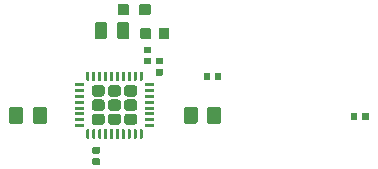
<source format=gbr>
%TF.GenerationSoftware,KiCad,Pcbnew,(6.0.11)*%
%TF.CreationDate,2024-08-05T21:32:57+07:00*%
%TF.ProjectId,Stepper_Motor_Expansion_Brd_revA,53746570-7065-4725-9f4d-6f746f725f45,rev?*%
%TF.SameCoordinates,PX5f5e100PY5f5e100*%
%TF.FileFunction,Paste,Bot*%
%TF.FilePolarity,Positive*%
%FSLAX46Y46*%
G04 Gerber Fmt 4.6, Leading zero omitted, Abs format (unit mm)*
G04 Created by KiCad (PCBNEW (6.0.11)) date 2024-08-05 21:32:57*
%MOMM*%
%LPD*%
G01*
G04 APERTURE LIST*
G04 APERTURE END LIST*
G36*
G01*
X39450000Y24750000D02*
X39450000Y25910000D01*
G75*
G02*
X39570000Y26030000I120000J0D01*
G01*
X40530000Y26030000D01*
G75*
G02*
X40650000Y25910000I0J-120000D01*
G01*
X40650000Y24750000D01*
G75*
G02*
X40530000Y24630000I-120000J0D01*
G01*
X39570000Y24630000D01*
G75*
G02*
X39450000Y24750000I0J120000D01*
G01*
G37*
G36*
G01*
X41450000Y24750000D02*
X41450000Y25910000D01*
G75*
G02*
X41570000Y26030000I120000J0D01*
G01*
X42530000Y26030000D01*
G75*
G02*
X42650000Y25910000I0J-120000D01*
G01*
X42650000Y24750000D01*
G75*
G02*
X42530000Y24630000I-120000J0D01*
G01*
X41570000Y24630000D01*
G75*
G02*
X41450000Y24750000I0J120000D01*
G01*
G37*
G36*
G01*
X35795000Y31855000D02*
X35795000Y32625000D01*
G75*
G02*
X35885000Y32715000I90000J0D01*
G01*
X36605000Y32715000D01*
G75*
G02*
X36695000Y32625000I0J-90000D01*
G01*
X36695000Y31855000D01*
G75*
G02*
X36605000Y31765000I-90000J0D01*
G01*
X35885000Y31765000D01*
G75*
G02*
X35795000Y31855000I0J90000D01*
G01*
G37*
G36*
G01*
X37345000Y31855000D02*
X37345000Y32625000D01*
G75*
G02*
X37435000Y32715000I90000J0D01*
G01*
X38155000Y32715000D01*
G75*
G02*
X38245000Y32625000I0J-90000D01*
G01*
X38245000Y31855000D01*
G75*
G02*
X38155000Y31765000I-90000J0D01*
G01*
X37435000Y31765000D01*
G75*
G02*
X37345000Y31855000I0J90000D01*
G01*
G37*
G36*
G01*
X33860000Y33900000D02*
X33860000Y34660000D01*
G75*
G02*
X33955000Y34755000I95000J0D01*
G01*
X34740000Y34755000D01*
G75*
G02*
X34835000Y34660000I0J-95000D01*
G01*
X34835000Y33900000D01*
G75*
G02*
X34740000Y33805000I-95000J0D01*
G01*
X33955000Y33805000D01*
G75*
G02*
X33860000Y33900000I0J95000D01*
G01*
G37*
G36*
G01*
X35685000Y33900000D02*
X35685000Y34660000D01*
G75*
G02*
X35780000Y34755000I95000J0D01*
G01*
X36565000Y34755000D01*
G75*
G02*
X36660000Y34660000I0J-95000D01*
G01*
X36660000Y33900000D01*
G75*
G02*
X36565000Y33805000I-95000J0D01*
G01*
X35780000Y33805000D01*
G75*
G02*
X35685000Y33900000I0J95000D01*
G01*
G37*
G36*
G01*
X53610000Y24986000D02*
X53610000Y25494000D01*
G75*
G02*
X53666000Y25550000I56000J0D01*
G01*
X54114000Y25550000D01*
G75*
G02*
X54170000Y25494000I0J-56000D01*
G01*
X54170000Y24986000D01*
G75*
G02*
X54114000Y24930000I-56000J0D01*
G01*
X53666000Y24930000D01*
G75*
G02*
X53610000Y24986000I0J56000D01*
G01*
G37*
G36*
G01*
X54570000Y24986000D02*
X54570000Y25494000D01*
G75*
G02*
X54626000Y25550000I56000J0D01*
G01*
X55074000Y25550000D01*
G75*
G02*
X55130000Y25494000I0J-56000D01*
G01*
X55130000Y24986000D01*
G75*
G02*
X55074000Y24930000I-56000J0D01*
G01*
X54626000Y24930000D01*
G75*
G02*
X54570000Y24986000I0J56000D01*
G01*
G37*
G36*
G01*
X35277500Y24515000D02*
X34662500Y24515000D01*
G75*
G02*
X34420000Y24757500I0J242500D01*
G01*
X34420000Y25242500D01*
G75*
G02*
X34662500Y25485000I242500J0D01*
G01*
X35277500Y25485000D01*
G75*
G02*
X35520000Y25242500I0J-242500D01*
G01*
X35520000Y24757500D01*
G75*
G02*
X35277500Y24515000I-242500J0D01*
G01*
G37*
G36*
G01*
X35277500Y25715000D02*
X34662500Y25715000D01*
G75*
G02*
X34420000Y25957500I0J242500D01*
G01*
X34420000Y26442500D01*
G75*
G02*
X34662500Y26685000I242500J0D01*
G01*
X35277500Y26685000D01*
G75*
G02*
X35520000Y26442500I0J-242500D01*
G01*
X35520000Y25957500D01*
G75*
G02*
X35277500Y25715000I-242500J0D01*
G01*
G37*
G36*
G01*
X32537500Y24515000D02*
X31922500Y24515000D01*
G75*
G02*
X31680000Y24757500I0J242500D01*
G01*
X31680000Y25242500D01*
G75*
G02*
X31922500Y25485000I242500J0D01*
G01*
X32537500Y25485000D01*
G75*
G02*
X32780000Y25242500I0J-242500D01*
G01*
X32780000Y24757500D01*
G75*
G02*
X32537500Y24515000I-242500J0D01*
G01*
G37*
G36*
G01*
X35277500Y26915000D02*
X34662500Y26915000D01*
G75*
G02*
X34420000Y27157500I0J242500D01*
G01*
X34420000Y27642500D01*
G75*
G02*
X34662500Y27885000I242500J0D01*
G01*
X35277500Y27885000D01*
G75*
G02*
X35520000Y27642500I0J-242500D01*
G01*
X35520000Y27157500D01*
G75*
G02*
X35277500Y26915000I-242500J0D01*
G01*
G37*
G36*
G01*
X32537500Y26915000D02*
X31922500Y26915000D01*
G75*
G02*
X31680000Y27157500I0J242500D01*
G01*
X31680000Y27642500D01*
G75*
G02*
X31922500Y27885000I242500J0D01*
G01*
X32537500Y27885000D01*
G75*
G02*
X32780000Y27642500I0J-242500D01*
G01*
X32780000Y27157500D01*
G75*
G02*
X32537500Y26915000I-242500J0D01*
G01*
G37*
G36*
G01*
X33907500Y26915000D02*
X33292500Y26915000D01*
G75*
G02*
X33050000Y27157500I0J242500D01*
G01*
X33050000Y27642500D01*
G75*
G02*
X33292500Y27885000I242500J0D01*
G01*
X33907500Y27885000D01*
G75*
G02*
X34150000Y27642500I0J-242500D01*
G01*
X34150000Y27157500D01*
G75*
G02*
X33907500Y26915000I-242500J0D01*
G01*
G37*
G36*
G01*
X33907500Y25715000D02*
X33292500Y25715000D01*
G75*
G02*
X33050000Y25957500I0J242500D01*
G01*
X33050000Y26442500D01*
G75*
G02*
X33292500Y26685000I242500J0D01*
G01*
X33907500Y26685000D01*
G75*
G02*
X34150000Y26442500I0J-242500D01*
G01*
X34150000Y25957500D01*
G75*
G02*
X33907500Y25715000I-242500J0D01*
G01*
G37*
G36*
G01*
X33907500Y24515000D02*
X33292500Y24515000D01*
G75*
G02*
X33050000Y24757500I0J242500D01*
G01*
X33050000Y25242500D01*
G75*
G02*
X33292500Y25485000I242500J0D01*
G01*
X33907500Y25485000D01*
G75*
G02*
X34150000Y25242500I0J-242500D01*
G01*
X34150000Y24757500D01*
G75*
G02*
X33907500Y24515000I-242500J0D01*
G01*
G37*
G36*
G01*
X32537500Y25715000D02*
X31922500Y25715000D01*
G75*
G02*
X31680000Y25957500I0J242500D01*
G01*
X31680000Y26442500D01*
G75*
G02*
X31922500Y26685000I242500J0D01*
G01*
X32537500Y26685000D01*
G75*
G02*
X32780000Y26442500I0J-242500D01*
G01*
X32780000Y25957500D01*
G75*
G02*
X32537500Y25715000I-242500J0D01*
G01*
G37*
G36*
G01*
X35938900Y23360000D02*
X35761100Y23360000D01*
G75*
G02*
X35723000Y23398100I0J38100D01*
G01*
X35723000Y24101900D01*
G75*
G02*
X35761100Y24140000I38100J0D01*
G01*
X35938900Y24140000D01*
G75*
G02*
X35977000Y24101900I0J-38100D01*
G01*
X35977000Y23398100D01*
G75*
G02*
X35938900Y23360000I-38100J0D01*
G01*
G37*
G36*
G01*
X35438900Y23360000D02*
X35261100Y23360000D01*
G75*
G02*
X35223000Y23398100I0J38100D01*
G01*
X35223000Y24101900D01*
G75*
G02*
X35261100Y24140000I38100J0D01*
G01*
X35438900Y24140000D01*
G75*
G02*
X35477000Y24101900I0J-38100D01*
G01*
X35477000Y23398100D01*
G75*
G02*
X35438900Y23360000I-38100J0D01*
G01*
G37*
G36*
G01*
X34938900Y23360000D02*
X34761100Y23360000D01*
G75*
G02*
X34723000Y23398100I0J38100D01*
G01*
X34723000Y24101900D01*
G75*
G02*
X34761100Y24140000I38100J0D01*
G01*
X34938900Y24140000D01*
G75*
G02*
X34977000Y24101900I0J-38100D01*
G01*
X34977000Y23398100D01*
G75*
G02*
X34938900Y23360000I-38100J0D01*
G01*
G37*
G36*
G01*
X34438900Y23360000D02*
X34261100Y23360000D01*
G75*
G02*
X34223000Y23398100I0J38100D01*
G01*
X34223000Y24101900D01*
G75*
G02*
X34261100Y24140000I38100J0D01*
G01*
X34438900Y24140000D01*
G75*
G02*
X34477000Y24101900I0J-38100D01*
G01*
X34477000Y23398100D01*
G75*
G02*
X34438900Y23360000I-38100J0D01*
G01*
G37*
G36*
G01*
X33938900Y23360000D02*
X33761100Y23360000D01*
G75*
G02*
X33723000Y23398100I0J38100D01*
G01*
X33723000Y24101900D01*
G75*
G02*
X33761100Y24140000I38100J0D01*
G01*
X33938900Y24140000D01*
G75*
G02*
X33977000Y24101900I0J-38100D01*
G01*
X33977000Y23398100D01*
G75*
G02*
X33938900Y23360000I-38100J0D01*
G01*
G37*
G36*
G01*
X33438900Y23360000D02*
X33261100Y23360000D01*
G75*
G02*
X33223000Y23398100I0J38100D01*
G01*
X33223000Y24101900D01*
G75*
G02*
X33261100Y24140000I38100J0D01*
G01*
X33438900Y24140000D01*
G75*
G02*
X33477000Y24101900I0J-38100D01*
G01*
X33477000Y23398100D01*
G75*
G02*
X33438900Y23360000I-38100J0D01*
G01*
G37*
G36*
G01*
X32938900Y23360000D02*
X32761100Y23360000D01*
G75*
G02*
X32723000Y23398100I0J38100D01*
G01*
X32723000Y24101900D01*
G75*
G02*
X32761100Y24140000I38100J0D01*
G01*
X32938900Y24140000D01*
G75*
G02*
X32977000Y24101900I0J-38100D01*
G01*
X32977000Y23398100D01*
G75*
G02*
X32938900Y23360000I-38100J0D01*
G01*
G37*
G36*
G01*
X32438900Y23360000D02*
X32261100Y23360000D01*
G75*
G02*
X32223000Y23398100I0J38100D01*
G01*
X32223000Y24101900D01*
G75*
G02*
X32261100Y24140000I38100J0D01*
G01*
X32438900Y24140000D01*
G75*
G02*
X32477000Y24101900I0J-38100D01*
G01*
X32477000Y23398100D01*
G75*
G02*
X32438900Y23360000I-38100J0D01*
G01*
G37*
G36*
G01*
X31938900Y23360000D02*
X31761100Y23360000D01*
G75*
G02*
X31723000Y23398100I0J38100D01*
G01*
X31723000Y24101900D01*
G75*
G02*
X31761100Y24140000I38100J0D01*
G01*
X31938900Y24140000D01*
G75*
G02*
X31977000Y24101900I0J-38100D01*
G01*
X31977000Y23398100D01*
G75*
G02*
X31938900Y23360000I-38100J0D01*
G01*
G37*
G36*
G01*
X31438900Y23360000D02*
X31261100Y23360000D01*
G75*
G02*
X31223000Y23398100I0J38100D01*
G01*
X31223000Y24101900D01*
G75*
G02*
X31261100Y24140000I38100J0D01*
G01*
X31438900Y24140000D01*
G75*
G02*
X31477000Y24101900I0J-38100D01*
G01*
X31477000Y23398100D01*
G75*
G02*
X31438900Y23360000I-38100J0D01*
G01*
G37*
G36*
G01*
X31001900Y24323000D02*
X30298100Y24323000D01*
G75*
G02*
X30260000Y24361100I0J38100D01*
G01*
X30260000Y24538900D01*
G75*
G02*
X30298100Y24577000I38100J0D01*
G01*
X31001900Y24577000D01*
G75*
G02*
X31040000Y24538900I0J-38100D01*
G01*
X31040000Y24361100D01*
G75*
G02*
X31001900Y24323000I-38100J0D01*
G01*
G37*
G36*
G01*
X31001900Y24823000D02*
X30298100Y24823000D01*
G75*
G02*
X30260000Y24861100I0J38100D01*
G01*
X30260000Y25038900D01*
G75*
G02*
X30298100Y25077000I38100J0D01*
G01*
X31001900Y25077000D01*
G75*
G02*
X31040000Y25038900I0J-38100D01*
G01*
X31040000Y24861100D01*
G75*
G02*
X31001900Y24823000I-38100J0D01*
G01*
G37*
G36*
G01*
X31001900Y25323000D02*
X30298100Y25323000D01*
G75*
G02*
X30260000Y25361100I0J38100D01*
G01*
X30260000Y25538900D01*
G75*
G02*
X30298100Y25577000I38100J0D01*
G01*
X31001900Y25577000D01*
G75*
G02*
X31040000Y25538900I0J-38100D01*
G01*
X31040000Y25361100D01*
G75*
G02*
X31001900Y25323000I-38100J0D01*
G01*
G37*
G36*
G01*
X31001900Y25823000D02*
X30298100Y25823000D01*
G75*
G02*
X30260000Y25861100I0J38100D01*
G01*
X30260000Y26038900D01*
G75*
G02*
X30298100Y26077000I38100J0D01*
G01*
X31001900Y26077000D01*
G75*
G02*
X31040000Y26038900I0J-38100D01*
G01*
X31040000Y25861100D01*
G75*
G02*
X31001900Y25823000I-38100J0D01*
G01*
G37*
G36*
G01*
X31001900Y26323000D02*
X30298100Y26323000D01*
G75*
G02*
X30260000Y26361100I0J38100D01*
G01*
X30260000Y26538900D01*
G75*
G02*
X30298100Y26577000I38100J0D01*
G01*
X31001900Y26577000D01*
G75*
G02*
X31040000Y26538900I0J-38100D01*
G01*
X31040000Y26361100D01*
G75*
G02*
X31001900Y26323000I-38100J0D01*
G01*
G37*
G36*
G01*
X31001900Y26823000D02*
X30298100Y26823000D01*
G75*
G02*
X30260000Y26861100I0J38100D01*
G01*
X30260000Y27038900D01*
G75*
G02*
X30298100Y27077000I38100J0D01*
G01*
X31001900Y27077000D01*
G75*
G02*
X31040000Y27038900I0J-38100D01*
G01*
X31040000Y26861100D01*
G75*
G02*
X31001900Y26823000I-38100J0D01*
G01*
G37*
G36*
G01*
X31001900Y27323000D02*
X30298100Y27323000D01*
G75*
G02*
X30260000Y27361100I0J38100D01*
G01*
X30260000Y27538900D01*
G75*
G02*
X30298100Y27577000I38100J0D01*
G01*
X31001900Y27577000D01*
G75*
G02*
X31040000Y27538900I0J-38100D01*
G01*
X31040000Y27361100D01*
G75*
G02*
X31001900Y27323000I-38100J0D01*
G01*
G37*
G36*
G01*
X31001900Y27823000D02*
X30298100Y27823000D01*
G75*
G02*
X30260000Y27861100I0J38100D01*
G01*
X30260000Y28038900D01*
G75*
G02*
X30298100Y28077000I38100J0D01*
G01*
X31001900Y28077000D01*
G75*
G02*
X31040000Y28038900I0J-38100D01*
G01*
X31040000Y27861100D01*
G75*
G02*
X31001900Y27823000I-38100J0D01*
G01*
G37*
G36*
G01*
X31438900Y28260000D02*
X31261100Y28260000D01*
G75*
G02*
X31223000Y28298100I0J38100D01*
G01*
X31223000Y29001900D01*
G75*
G02*
X31261100Y29040000I38100J0D01*
G01*
X31438900Y29040000D01*
G75*
G02*
X31477000Y29001900I0J-38100D01*
G01*
X31477000Y28298100D01*
G75*
G02*
X31438900Y28260000I-38100J0D01*
G01*
G37*
G36*
G01*
X31938900Y28260000D02*
X31761100Y28260000D01*
G75*
G02*
X31723000Y28298100I0J38100D01*
G01*
X31723000Y29001900D01*
G75*
G02*
X31761100Y29040000I38100J0D01*
G01*
X31938900Y29040000D01*
G75*
G02*
X31977000Y29001900I0J-38100D01*
G01*
X31977000Y28298100D01*
G75*
G02*
X31938900Y28260000I-38100J0D01*
G01*
G37*
G36*
G01*
X32438900Y28260000D02*
X32261100Y28260000D01*
G75*
G02*
X32223000Y28298100I0J38100D01*
G01*
X32223000Y29001900D01*
G75*
G02*
X32261100Y29040000I38100J0D01*
G01*
X32438900Y29040000D01*
G75*
G02*
X32477000Y29001900I0J-38100D01*
G01*
X32477000Y28298100D01*
G75*
G02*
X32438900Y28260000I-38100J0D01*
G01*
G37*
G36*
G01*
X32938900Y28260000D02*
X32761100Y28260000D01*
G75*
G02*
X32723000Y28298100I0J38100D01*
G01*
X32723000Y29001900D01*
G75*
G02*
X32761100Y29040000I38100J0D01*
G01*
X32938900Y29040000D01*
G75*
G02*
X32977000Y29001900I0J-38100D01*
G01*
X32977000Y28298100D01*
G75*
G02*
X32938900Y28260000I-38100J0D01*
G01*
G37*
G36*
G01*
X33438900Y28260000D02*
X33261100Y28260000D01*
G75*
G02*
X33223000Y28298100I0J38100D01*
G01*
X33223000Y29001900D01*
G75*
G02*
X33261100Y29040000I38100J0D01*
G01*
X33438900Y29040000D01*
G75*
G02*
X33477000Y29001900I0J-38100D01*
G01*
X33477000Y28298100D01*
G75*
G02*
X33438900Y28260000I-38100J0D01*
G01*
G37*
G36*
G01*
X33938900Y28260000D02*
X33761100Y28260000D01*
G75*
G02*
X33723000Y28298100I0J38100D01*
G01*
X33723000Y29001900D01*
G75*
G02*
X33761100Y29040000I38100J0D01*
G01*
X33938900Y29040000D01*
G75*
G02*
X33977000Y29001900I0J-38100D01*
G01*
X33977000Y28298100D01*
G75*
G02*
X33938900Y28260000I-38100J0D01*
G01*
G37*
G36*
G01*
X34438900Y28260000D02*
X34261100Y28260000D01*
G75*
G02*
X34223000Y28298100I0J38100D01*
G01*
X34223000Y29001900D01*
G75*
G02*
X34261100Y29040000I38100J0D01*
G01*
X34438900Y29040000D01*
G75*
G02*
X34477000Y29001900I0J-38100D01*
G01*
X34477000Y28298100D01*
G75*
G02*
X34438900Y28260000I-38100J0D01*
G01*
G37*
G36*
G01*
X34938900Y28260000D02*
X34761100Y28260000D01*
G75*
G02*
X34723000Y28298100I0J38100D01*
G01*
X34723000Y29001900D01*
G75*
G02*
X34761100Y29040000I38100J0D01*
G01*
X34938900Y29040000D01*
G75*
G02*
X34977000Y29001900I0J-38100D01*
G01*
X34977000Y28298100D01*
G75*
G02*
X34938900Y28260000I-38100J0D01*
G01*
G37*
G36*
G01*
X35438900Y28260000D02*
X35261100Y28260000D01*
G75*
G02*
X35223000Y28298100I0J38100D01*
G01*
X35223000Y29001900D01*
G75*
G02*
X35261100Y29040000I38100J0D01*
G01*
X35438900Y29040000D01*
G75*
G02*
X35477000Y29001900I0J-38100D01*
G01*
X35477000Y28298100D01*
G75*
G02*
X35438900Y28260000I-38100J0D01*
G01*
G37*
G36*
G01*
X35938900Y28260000D02*
X35761100Y28260000D01*
G75*
G02*
X35723000Y28298100I0J38100D01*
G01*
X35723000Y29001900D01*
G75*
G02*
X35761100Y29040000I38100J0D01*
G01*
X35938900Y29040000D01*
G75*
G02*
X35977000Y29001900I0J-38100D01*
G01*
X35977000Y28298100D01*
G75*
G02*
X35938900Y28260000I-38100J0D01*
G01*
G37*
G36*
G01*
X36901900Y27823000D02*
X36198100Y27823000D01*
G75*
G02*
X36160000Y27861100I0J38100D01*
G01*
X36160000Y28038900D01*
G75*
G02*
X36198100Y28077000I38100J0D01*
G01*
X36901900Y28077000D01*
G75*
G02*
X36940000Y28038900I0J-38100D01*
G01*
X36940000Y27861100D01*
G75*
G02*
X36901900Y27823000I-38100J0D01*
G01*
G37*
G36*
G01*
X36901900Y27323000D02*
X36198100Y27323000D01*
G75*
G02*
X36160000Y27361100I0J38100D01*
G01*
X36160000Y27538900D01*
G75*
G02*
X36198100Y27577000I38100J0D01*
G01*
X36901900Y27577000D01*
G75*
G02*
X36940000Y27538900I0J-38100D01*
G01*
X36940000Y27361100D01*
G75*
G02*
X36901900Y27323000I-38100J0D01*
G01*
G37*
G36*
G01*
X36901900Y26823000D02*
X36198100Y26823000D01*
G75*
G02*
X36160000Y26861100I0J38100D01*
G01*
X36160000Y27038900D01*
G75*
G02*
X36198100Y27077000I38100J0D01*
G01*
X36901900Y27077000D01*
G75*
G02*
X36940000Y27038900I0J-38100D01*
G01*
X36940000Y26861100D01*
G75*
G02*
X36901900Y26823000I-38100J0D01*
G01*
G37*
G36*
G01*
X36901900Y26323000D02*
X36198100Y26323000D01*
G75*
G02*
X36160000Y26361100I0J38100D01*
G01*
X36160000Y26538900D01*
G75*
G02*
X36198100Y26577000I38100J0D01*
G01*
X36901900Y26577000D01*
G75*
G02*
X36940000Y26538900I0J-38100D01*
G01*
X36940000Y26361100D01*
G75*
G02*
X36901900Y26323000I-38100J0D01*
G01*
G37*
G36*
G01*
X36901900Y25823000D02*
X36198100Y25823000D01*
G75*
G02*
X36160000Y25861100I0J38100D01*
G01*
X36160000Y26038900D01*
G75*
G02*
X36198100Y26077000I38100J0D01*
G01*
X36901900Y26077000D01*
G75*
G02*
X36940000Y26038900I0J-38100D01*
G01*
X36940000Y25861100D01*
G75*
G02*
X36901900Y25823000I-38100J0D01*
G01*
G37*
G36*
G01*
X36901900Y25323000D02*
X36198100Y25323000D01*
G75*
G02*
X36160000Y25361100I0J38100D01*
G01*
X36160000Y25538900D01*
G75*
G02*
X36198100Y25577000I38100J0D01*
G01*
X36901900Y25577000D01*
G75*
G02*
X36940000Y25538900I0J-38100D01*
G01*
X36940000Y25361100D01*
G75*
G02*
X36901900Y25323000I-38100J0D01*
G01*
G37*
G36*
G01*
X36901900Y24823000D02*
X36198100Y24823000D01*
G75*
G02*
X36160000Y24861100I0J38100D01*
G01*
X36160000Y25038900D01*
G75*
G02*
X36198100Y25077000I38100J0D01*
G01*
X36901900Y25077000D01*
G75*
G02*
X36940000Y25038900I0J-38100D01*
G01*
X36940000Y24861100D01*
G75*
G02*
X36901900Y24823000I-38100J0D01*
G01*
G37*
G36*
G01*
X36901900Y24323000D02*
X36198100Y24323000D01*
G75*
G02*
X36160000Y24361100I0J38100D01*
G01*
X36160000Y24538900D01*
G75*
G02*
X36198100Y24577000I38100J0D01*
G01*
X36901900Y24577000D01*
G75*
G02*
X36940000Y24538900I0J-38100D01*
G01*
X36940000Y24361100D01*
G75*
G02*
X36901900Y24323000I-38100J0D01*
G01*
G37*
G36*
G01*
X27870000Y25900000D02*
X27870000Y24740000D01*
G75*
G02*
X27750000Y24620000I-120000J0D01*
G01*
X26790000Y24620000D01*
G75*
G02*
X26670000Y24740000I0J120000D01*
G01*
X26670000Y25900000D01*
G75*
G02*
X26790000Y26020000I120000J0D01*
G01*
X27750000Y26020000D01*
G75*
G02*
X27870000Y25900000I0J-120000D01*
G01*
G37*
G36*
G01*
X25870000Y25900000D02*
X25870000Y24740000D01*
G75*
G02*
X25750000Y24620000I-120000J0D01*
G01*
X24790000Y24620000D01*
G75*
G02*
X24670000Y24740000I0J120000D01*
G01*
X24670000Y25900000D01*
G75*
G02*
X24790000Y26020000I120000J0D01*
G01*
X25750000Y26020000D01*
G75*
G02*
X25870000Y25900000I0J-120000D01*
G01*
G37*
G36*
G01*
X37644000Y28690000D02*
X37136000Y28690000D01*
G75*
G02*
X37080000Y28746000I0J56000D01*
G01*
X37080000Y29194000D01*
G75*
G02*
X37136000Y29250000I56000J0D01*
G01*
X37644000Y29250000D01*
G75*
G02*
X37700000Y29194000I0J-56000D01*
G01*
X37700000Y28746000D01*
G75*
G02*
X37644000Y28690000I-56000J0D01*
G01*
G37*
G36*
G01*
X37644000Y29650000D02*
X37136000Y29650000D01*
G75*
G02*
X37080000Y29706000I0J56000D01*
G01*
X37080000Y30154000D01*
G75*
G02*
X37136000Y30210000I56000J0D01*
G01*
X37644000Y30210000D01*
G75*
G02*
X37700000Y30154000I0J-56000D01*
G01*
X37700000Y29706000D01*
G75*
G02*
X37644000Y29650000I-56000J0D01*
G01*
G37*
G36*
G01*
X36664000Y29640000D02*
X36156000Y29640000D01*
G75*
G02*
X36100000Y29696000I0J56000D01*
G01*
X36100000Y30144000D01*
G75*
G02*
X36156000Y30200000I56000J0D01*
G01*
X36664000Y30200000D01*
G75*
G02*
X36720000Y30144000I0J-56000D01*
G01*
X36720000Y29696000D01*
G75*
G02*
X36664000Y29640000I-56000J0D01*
G01*
G37*
G36*
G01*
X36664000Y30600000D02*
X36156000Y30600000D01*
G75*
G02*
X36100000Y30656000I0J56000D01*
G01*
X36100000Y31104000D01*
G75*
G02*
X36156000Y31160000I56000J0D01*
G01*
X36664000Y31160000D01*
G75*
G02*
X36720000Y31104000I0J-56000D01*
G01*
X36720000Y30656000D01*
G75*
G02*
X36664000Y30600000I-56000J0D01*
G01*
G37*
G36*
G01*
X41140000Y28376000D02*
X41140000Y28884000D01*
G75*
G02*
X41196000Y28940000I56000J0D01*
G01*
X41644000Y28940000D01*
G75*
G02*
X41700000Y28884000I0J-56000D01*
G01*
X41700000Y28376000D01*
G75*
G02*
X41644000Y28320000I-56000J0D01*
G01*
X41196000Y28320000D01*
G75*
G02*
X41140000Y28376000I0J56000D01*
G01*
G37*
G36*
G01*
X42100000Y28376000D02*
X42100000Y28884000D01*
G75*
G02*
X42156000Y28940000I56000J0D01*
G01*
X42604000Y28940000D01*
G75*
G02*
X42660000Y28884000I0J-56000D01*
G01*
X42660000Y28376000D01*
G75*
G02*
X42604000Y28320000I-56000J0D01*
G01*
X42156000Y28320000D01*
G75*
G02*
X42100000Y28376000I0J56000D01*
G01*
G37*
G36*
G01*
X34850000Y33115000D02*
X34850000Y31865000D01*
G75*
G02*
X34750000Y31765000I-100000J0D01*
G01*
X33950000Y31765000D01*
G75*
G02*
X33850000Y31865000I0J100000D01*
G01*
X33850000Y33115000D01*
G75*
G02*
X33950000Y33215000I100000J0D01*
G01*
X34750000Y33215000D01*
G75*
G02*
X34850000Y33115000I0J-100000D01*
G01*
G37*
G36*
G01*
X32950000Y33115000D02*
X32950000Y31865000D01*
G75*
G02*
X32850000Y31765000I-100000J0D01*
G01*
X32050000Y31765000D01*
G75*
G02*
X31950000Y31865000I0J100000D01*
G01*
X31950000Y33115000D01*
G75*
G02*
X32050000Y33215000I100000J0D01*
G01*
X32850000Y33215000D01*
G75*
G02*
X32950000Y33115000I0J-100000D01*
G01*
G37*
G36*
G01*
X31786000Y22650000D02*
X32294000Y22650000D01*
G75*
G02*
X32350000Y22594000I0J-56000D01*
G01*
X32350000Y22146000D01*
G75*
G02*
X32294000Y22090000I-56000J0D01*
G01*
X31786000Y22090000D01*
G75*
G02*
X31730000Y22146000I0J56000D01*
G01*
X31730000Y22594000D01*
G75*
G02*
X31786000Y22650000I56000J0D01*
G01*
G37*
G36*
G01*
X31786000Y21690000D02*
X32294000Y21690000D01*
G75*
G02*
X32350000Y21634000I0J-56000D01*
G01*
X32350000Y21186000D01*
G75*
G02*
X32294000Y21130000I-56000J0D01*
G01*
X31786000Y21130000D01*
G75*
G02*
X31730000Y21186000I0J56000D01*
G01*
X31730000Y21634000D01*
G75*
G02*
X31786000Y21690000I56000J0D01*
G01*
G37*
M02*

</source>
